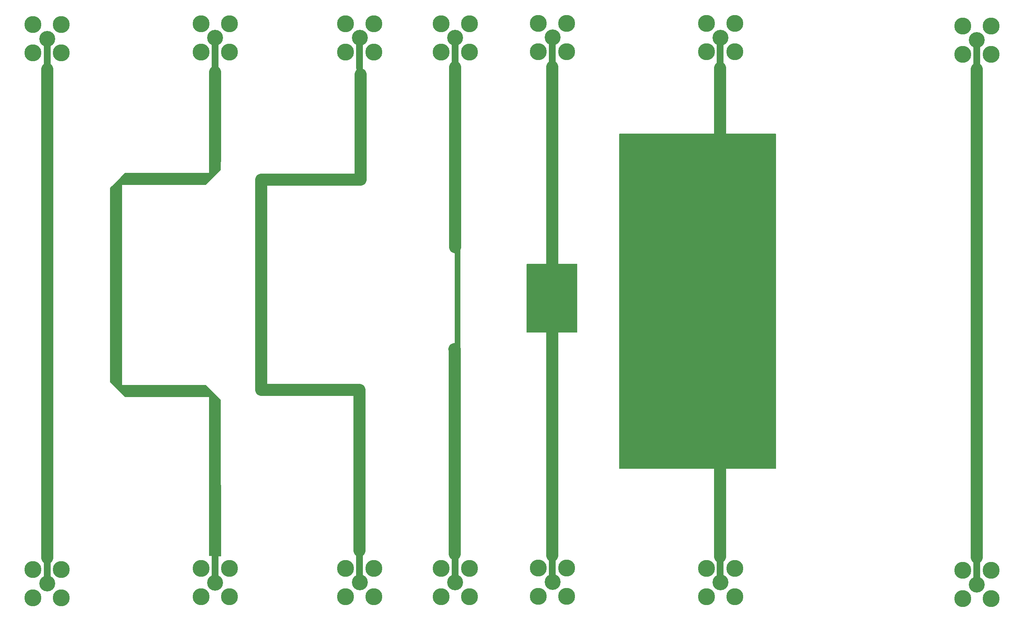
<source format=gbr>
%TF.GenerationSoftware,KiCad,Pcbnew,8.0.8*%
%TF.CreationDate,2025-01-25T17:36:21-08:00*%
%TF.ProjectId,labs_board,6c616273-5f62-46f6-9172-642e6b696361,rev?*%
%TF.SameCoordinates,Original*%
%TF.FileFunction,Copper,L1,Top*%
%TF.FilePolarity,Positive*%
%FSLAX46Y46*%
G04 Gerber Fmt 4.6, Leading zero omitted, Abs format (unit mm)*
G04 Created by KiCad (PCBNEW 8.0.8) date 2025-01-25 17:36:21*
%MOMM*%
%LPD*%
G01*
G04 APERTURE LIST*
%TA.AperFunction,Conductor*%
%ADD10C,0.200000*%
%TD*%
%TA.AperFunction,ComponentPad*%
%ADD11C,3.810000*%
%TD*%
%TA.AperFunction,ComponentPad*%
%ADD12C,3.556000*%
%TD*%
%TA.AperFunction,Conductor*%
%ADD13C,1.500000*%
%TD*%
%TA.AperFunction,Conductor*%
%ADD14C,2.710000*%
%TD*%
G04 APERTURE END LIST*
D10*
%TO.N,/1G_BPF*%
X195000000Y-125000000D02*
X160000000Y-125000000D01*
X160000000Y-50000000D01*
X195000000Y-50000000D01*
X195000000Y-125000000D01*
%TA.AperFunction,Conductor*%
G36*
X195000000Y-125000000D02*
G01*
X160000000Y-125000000D01*
X160000000Y-50000000D01*
X195000000Y-50000000D01*
X195000000Y-125000000D01*
G37*
%TD.AperFunction*%
%TO.N,/Induct_Notch*%
X124330000Y-98310000D02*
X123180000Y-98300000D01*
X123180000Y-75330000D01*
X124340000Y-75330000D01*
X124330000Y-98310000D01*
%TA.AperFunction,Conductor*%
G36*
X124330000Y-98310000D02*
G01*
X123180000Y-98300000D01*
X123180000Y-75330000D01*
X124340000Y-75330000D01*
X124330000Y-98310000D01*
G37*
%TD.AperFunction*%
%TO.N,/90Bend_1*%
X70700000Y-144630000D02*
X68130000Y-144580000D01*
X68130000Y-112630000D01*
X70650000Y-112620000D01*
X70700000Y-144630000D01*
%TA.AperFunction,Conductor*%
G36*
X70700000Y-144630000D02*
G01*
X68130000Y-144580000D01*
X68130000Y-112630000D01*
X70650000Y-112620000D01*
X70700000Y-144630000D01*
G37*
%TD.AperFunction*%
X64980000Y-108860000D02*
X51640000Y-108890000D01*
X51640000Y-106390000D01*
X64980000Y-106360000D01*
X64980000Y-108860000D01*
%TA.AperFunction,Conductor*%
G36*
X64980000Y-108860000D02*
G01*
X51640000Y-108890000D01*
X51640000Y-106390000D01*
X64980000Y-106360000D01*
X64980000Y-108860000D01*
G37*
%TD.AperFunction*%
X48490000Y-102620000D02*
X45970000Y-102620000D01*
X45990000Y-64470000D01*
X48490000Y-64470000D01*
X48490000Y-102620000D01*
%TA.AperFunction,Conductor*%
G36*
X48490000Y-102620000D02*
G01*
X45970000Y-102620000D01*
X45990000Y-64470000D01*
X48490000Y-64470000D01*
X48490000Y-102620000D01*
G37*
%TD.AperFunction*%
X64540000Y-61280000D02*
X52020000Y-61320000D01*
X52000000Y-58810000D01*
X64530000Y-58780000D01*
X64540000Y-61280000D01*
%TA.AperFunction,Conductor*%
G36*
X64540000Y-61280000D02*
G01*
X52020000Y-61320000D01*
X52000000Y-58810000D01*
X64530000Y-58780000D01*
X64540000Y-61280000D01*
G37*
%TD.AperFunction*%
X48490000Y-106390000D02*
X51640000Y-106390000D01*
X51640000Y-108890000D01*
X49270000Y-108890000D01*
X46777553Y-106390000D01*
X48060000Y-106390000D01*
X48367143Y-106390000D01*
X48060000Y-106190000D01*
X48060000Y-106390000D01*
X46777553Y-106390000D01*
X45970000Y-105580000D01*
X45970000Y-102620000D01*
X48490000Y-102620000D01*
X48490000Y-106390000D01*
%TA.AperFunction,Conductor*%
G36*
X48490000Y-106390000D02*
G01*
X51640000Y-106390000D01*
X51640000Y-108890000D01*
X49270000Y-108890000D01*
X46777553Y-106390000D01*
X48060000Y-106390000D01*
X48367143Y-106390000D01*
X48060000Y-106190000D01*
X48060000Y-106390000D01*
X46777553Y-106390000D01*
X45970000Y-105580000D01*
X45970000Y-102620000D01*
X48490000Y-102620000D01*
X48490000Y-106390000D01*
G37*
%TD.AperFunction*%
X70650000Y-109670000D02*
X70650000Y-112620000D01*
X68130000Y-112630000D01*
X68130000Y-108860000D01*
X68252857Y-108860000D01*
X68560000Y-109060000D01*
X68560000Y-108860000D01*
X68252857Y-108860000D01*
X68130000Y-108860000D01*
X64980000Y-108860000D01*
X64980000Y-106360000D01*
X67350000Y-106360000D01*
X70650000Y-109670000D01*
%TA.AperFunction,Conductor*%
G36*
X70650000Y-109670000D02*
G01*
X70650000Y-112620000D01*
X68130000Y-112630000D01*
X68130000Y-108860000D01*
X68252857Y-108860000D01*
X68560000Y-109060000D01*
X68560000Y-108860000D01*
X68252857Y-108860000D01*
X68130000Y-108860000D01*
X64980000Y-108860000D01*
X64980000Y-106360000D01*
X67350000Y-106360000D01*
X70650000Y-109670000D01*
G37*
%TD.AperFunction*%
X52260000Y-61320000D02*
X48490000Y-61320000D01*
X48490000Y-64470000D01*
X45990000Y-64470000D01*
X45990000Y-62100000D01*
X46895594Y-61197142D01*
X48490000Y-61197142D01*
X48690000Y-60890000D01*
X48490000Y-60890000D01*
X48490000Y-61197142D01*
X46895594Y-61197142D01*
X49300000Y-58800000D01*
X52260000Y-58800000D01*
X52260000Y-61320000D01*
%TA.AperFunction,Conductor*%
G36*
X52260000Y-61320000D02*
G01*
X48490000Y-61320000D01*
X48490000Y-64470000D01*
X45990000Y-64470000D01*
X45990000Y-62100000D01*
X46895594Y-61197142D01*
X48490000Y-61197142D01*
X48690000Y-60890000D01*
X48490000Y-60890000D01*
X48490000Y-61197142D01*
X46895594Y-61197142D01*
X49300000Y-58800000D01*
X52260000Y-58800000D01*
X52260000Y-61320000D01*
G37*
%TD.AperFunction*%
X70650000Y-58000000D02*
X67340000Y-61300000D01*
X64380000Y-61290000D01*
X64380000Y-59210000D01*
X67950000Y-59210000D01*
X68150000Y-59210000D01*
X68150000Y-58902857D01*
X67950000Y-59210000D01*
X64380000Y-59210000D01*
X64380000Y-58780000D01*
X68150000Y-58780000D01*
X68150000Y-55630000D01*
X70650000Y-55630000D01*
X70650000Y-58000000D01*
%TA.AperFunction,Conductor*%
G36*
X70650000Y-58000000D02*
G01*
X67340000Y-61300000D01*
X64380000Y-61290000D01*
X64380000Y-59210000D01*
X67950000Y-59210000D01*
X68150000Y-59210000D01*
X68150000Y-58902857D01*
X67950000Y-59210000D01*
X64380000Y-59210000D01*
X64380000Y-58780000D01*
X68150000Y-58780000D01*
X68150000Y-55630000D01*
X70650000Y-55630000D01*
X70650000Y-58000000D01*
G37*
%TD.AperFunction*%
%TD*%
D11*
%TO.P,J14,2,Ext*%
%TO.N,GND*%
X243230000Y-154215000D03*
X243230000Y-147865000D03*
X236880000Y-154215000D03*
X236880000Y-147865000D03*
D12*
%TO.P,J14,1,In*%
%TO.N,/User_Area*%
X240055000Y-151040000D03*
%TD*%
%TO.P,J13,1,In*%
%TO.N,/User_Area*%
X240055000Y-28895000D03*
D11*
%TO.P,J13,2,Ext*%
%TO.N,GND*%
X236880000Y-25720000D03*
X236880000Y-32070000D03*
X243230000Y-25720000D03*
X243230000Y-32070000D03*
%TD*%
D12*
%TO.P,J1,1,In*%
%TO.N,/50ohm*%
X31800000Y-28620000D03*
D11*
%TO.P,J1,2,Ext*%
%TO.N,GND*%
X34975000Y-25445000D03*
X34975000Y-31795000D03*
X28625000Y-25445000D03*
X28625000Y-31795000D03*
%TD*%
D12*
%TO.P,J2,1,In*%
%TO.N,/50ohm*%
X31800000Y-150820000D03*
D11*
%TO.P,J2,2,Ext*%
%TO.N,GND*%
X34975000Y-147645000D03*
X34975000Y-153995000D03*
X28625000Y-147645000D03*
X28625000Y-153995000D03*
%TD*%
D12*
%TO.P,J3,1,In*%
%TO.N,/90Bend_1*%
X69460000Y-28400000D03*
D11*
%TO.P,J3,2,Ext*%
%TO.N,GND*%
X72635000Y-25225000D03*
X72635000Y-31575000D03*
X66285000Y-25225000D03*
X66285000Y-31575000D03*
%TD*%
D12*
%TO.P,J4,1,In*%
%TO.N,/90Bend_1*%
X69460000Y-150600000D03*
D11*
%TO.P,J4,2,Ext*%
%TO.N,GND*%
X72635000Y-147425000D03*
X72635000Y-153775000D03*
X66285000Y-147425000D03*
X66285000Y-153775000D03*
%TD*%
D12*
%TO.P,J5,1,In*%
%TO.N,/Induct_Notch*%
X123220000Y-28380000D03*
D11*
%TO.P,J5,2,Ext*%
%TO.N,GND*%
X126395000Y-25205000D03*
X126395000Y-31555000D03*
X120045000Y-25205000D03*
X120045000Y-31555000D03*
%TD*%
D12*
%TO.P,J6,1,In*%
%TO.N,/Induct_Notch*%
X123220000Y-150580000D03*
D11*
%TO.P,J6,2,Ext*%
%TO.N,GND*%
X126395000Y-147405000D03*
X126395000Y-153755000D03*
X120045000Y-147405000D03*
X120045000Y-153755000D03*
%TD*%
D12*
%TO.P,J7,1,In*%
%TO.N,/Cap_bulge*%
X145040000Y-28310000D03*
D11*
%TO.P,J7,2,Ext*%
%TO.N,GND*%
X148215000Y-25135000D03*
X148215000Y-31485000D03*
X141865000Y-25135000D03*
X141865000Y-31485000D03*
%TD*%
D12*
%TO.P,J8,1,In*%
%TO.N,/Cap_bulge*%
X145040000Y-150510000D03*
D11*
%TO.P,J8,2,Ext*%
%TO.N,GND*%
X148215000Y-147335000D03*
X148215000Y-153685000D03*
X141865000Y-147335000D03*
X141865000Y-153685000D03*
%TD*%
D12*
%TO.P,J9,1,In*%
%TO.N,/1G_BPF*%
X182640000Y-28370000D03*
D11*
%TO.P,J9,2,Ext*%
%TO.N,GND*%
X185815000Y-25195000D03*
X185815000Y-31545000D03*
X179465000Y-25195000D03*
X179465000Y-31545000D03*
%TD*%
%TO.P,J10,2,Ext*%
%TO.N,GND*%
X179465000Y-153745000D03*
X179465000Y-147395000D03*
X185815000Y-153745000D03*
X185815000Y-147395000D03*
D12*
%TO.P,J10,1,In*%
%TO.N,/1G_BPF*%
X182640000Y-150570000D03*
%TD*%
%TO.P,J11,1,In*%
%TO.N,/90Bend_2*%
X101860000Y-28380000D03*
D11*
%TO.P,J11,2,Ext*%
%TO.N,GND*%
X105035000Y-25205000D03*
X105035000Y-31555000D03*
X98685000Y-25205000D03*
X98685000Y-31555000D03*
%TD*%
D12*
%TO.P,J12,1,In*%
%TO.N,/90Bend_2*%
X101860000Y-150580000D03*
D11*
%TO.P,J12,2,Ext*%
%TO.N,GND*%
X105035000Y-147405000D03*
X105035000Y-153755000D03*
X98685000Y-147405000D03*
X98685000Y-153755000D03*
%TD*%
D13*
%TO.N,/User_Area*%
X240000000Y-145000000D02*
X240000000Y-150980000D01*
D14*
X240000000Y-35380000D02*
X240000000Y-145000000D01*
D13*
X240000000Y-28600000D02*
X240000000Y-35380000D01*
%TO.N,/90Bend_1*%
X69400000Y-28400000D02*
X69400000Y-36110000D01*
D14*
X69400000Y-56000000D02*
X69400000Y-36110000D01*
D13*
X69400000Y-128640000D02*
X69400000Y-150780000D01*
X69415000Y-128625000D02*
X69400000Y-128640000D01*
D14*
%TO.N,/Induct_Notch*%
X123080000Y-98210000D02*
X123080000Y-144230000D01*
X123070000Y-98200000D02*
X123080000Y-98210000D01*
%TO.N,/90Bend_2*%
X102000000Y-60200000D02*
X102000000Y-36600000D01*
X79800000Y-60200000D02*
X102000000Y-60200000D01*
X79800000Y-107400000D02*
X79800000Y-60200000D01*
X101800000Y-107400000D02*
X79800000Y-107400000D01*
X101800000Y-143400000D02*
X101800000Y-107400000D01*
D13*
X101800000Y-143400000D02*
X101800000Y-150780000D01*
%TO.N,/1G_BPF*%
X182580000Y-28390000D02*
X182580000Y-35170000D01*
D14*
X182580000Y-35170000D02*
X182580000Y-144790000D01*
D13*
X182580000Y-144790000D02*
X182580000Y-150770000D01*
%TO.N,/Cap_bulge*%
X144980000Y-28130000D02*
X144980000Y-34910000D01*
D14*
X144980000Y-34910000D02*
X144980000Y-144530000D01*
D13*
X144980000Y-144530000D02*
X144980000Y-150510000D01*
%TO.N,/Induct_Notch*%
X123160000Y-28200000D02*
X123160000Y-34980000D01*
X123160000Y-144600000D02*
X123160000Y-150580000D01*
%TO.N,/90Bend_2*%
X101800000Y-28400000D02*
X101800000Y-35180000D01*
%TO.N,/50ohm*%
X31800000Y-145020000D02*
X31800000Y-151000000D01*
D14*
X31800000Y-35400000D02*
X31800000Y-145020000D01*
D13*
X31800000Y-28620000D02*
X31800000Y-35400000D01*
D14*
%TO.N,/Induct_Notch*%
X123170000Y-34990000D02*
X123170000Y-75360000D01*
X123160000Y-34980000D02*
X123170000Y-34990000D01*
%TD*%
%TA.AperFunction,Conductor*%
%TO.N,/Cap_bulge*%
G36*
X150523039Y-79129685D02*
G01*
X150568794Y-79182489D01*
X150580000Y-79234000D01*
X150580000Y-94386000D01*
X150560315Y-94453039D01*
X150507511Y-94498794D01*
X150456000Y-94510000D01*
X139304000Y-94510000D01*
X139236961Y-94490315D01*
X139191206Y-94437511D01*
X139180000Y-94386000D01*
X139180000Y-79234000D01*
X139199685Y-79166961D01*
X139252489Y-79121206D01*
X139304000Y-79110000D01*
X150456000Y-79110000D01*
X150523039Y-79129685D01*
G37*
%TD.AperFunction*%
%TD*%
M02*

</source>
